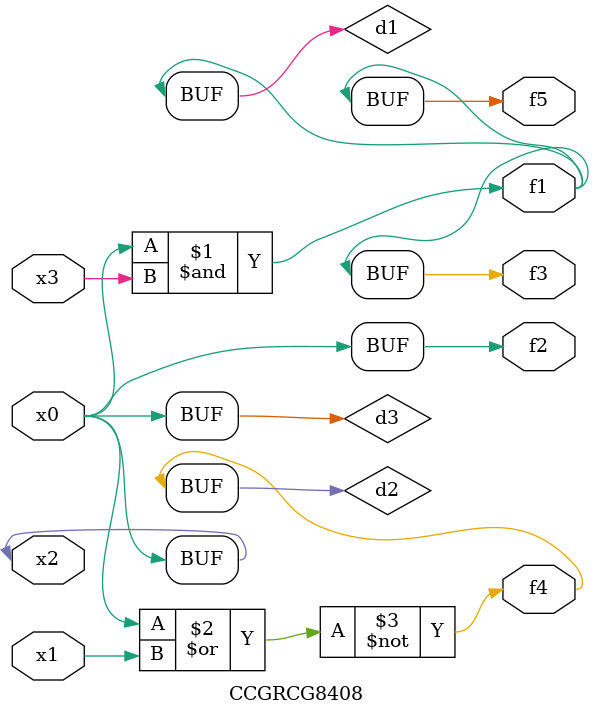
<source format=v>
module CCGRCG8408(
	input x0, x1, x2, x3,
	output f1, f2, f3, f4, f5
);

	wire d1, d2, d3;

	and (d1, x2, x3);
	nor (d2, x0, x1);
	buf (d3, x0, x2);
	assign f1 = d1;
	assign f2 = d3;
	assign f3 = d1;
	assign f4 = d2;
	assign f5 = d1;
endmodule

</source>
